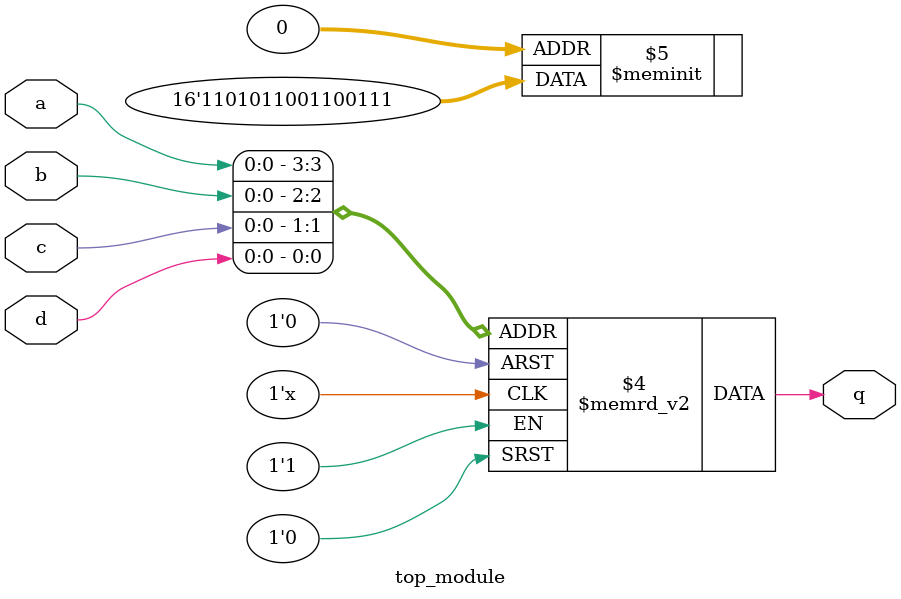
<source format=sv>
module top_module (
    input a, 
    input b, 
    input c, 
    input d,
    output reg q
);

always @* begin
    case ({a, b, c, d})
        4'b0000: q = 1;
        4'b0001: q = 1;
        4'b0010: q = 1;
        4'b0011: q = 0;
        4'b0100: q = 0;
        4'b0101: q = 1;
        4'b0110: q = 1;
        4'b0111: q = 0;
        4'b1000: q = 0;
        4'b1001: q = 1;
        4'b1010: q = 1;
        4'b1011: q = 0;
        4'b1100: q = 1;
        4'b1101: q = 0;
        4'b1110: q = 1;
        4'b1111: q = 1;
    endcase
end

endmodule

</source>
